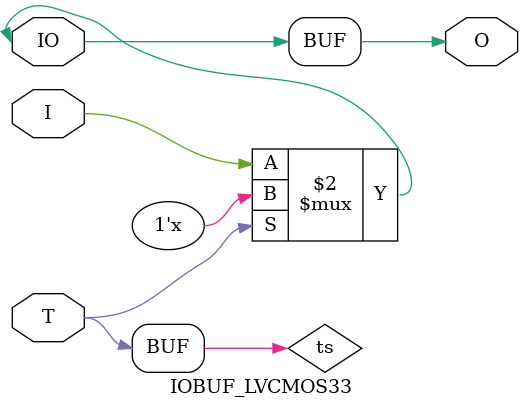
<source format=v>

/*

FUNCTION    : INPUT TRI-STATE OUTPUT BUFFER

*/

`celldefine
`timescale  100 ps / 10 ps

module IOBUF_LVCMOS33 (O, IO, I, T);

    output O;

    inout  IO;

    input  I, T;

    or O1 (ts, 1'b0, T);
    bufif0 T1 (IO, I, ts);

    buf B1 (O, IO);

endmodule

</source>
